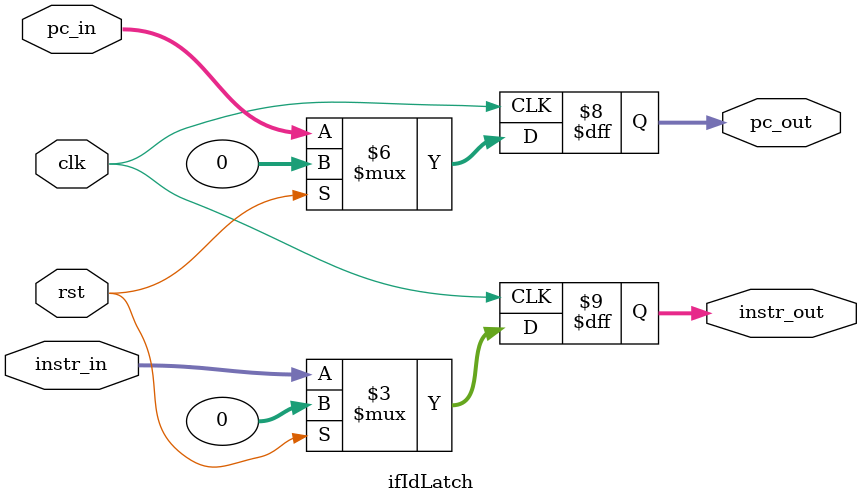
<source format=v>
`timescale 1ns / 1ps

module ifIdLatch(
                input wire clk,
                input wire rst,
                input wire [31:0] pc_in,
                input wire [31:0] instr_in,
                output reg [31:0] pc_out,
                output reg [31:0] instr_out
                );
                
                always @(posedge clk) begin
                    if (rst) begin
                        pc_out    <= 32'd0;
                        instr_out <= 32'd0;
                    end else begin
                        pc_out    <= pc_in;
                        instr_out <= instr_in;
                    end
                end
                
endmodule
</source>
